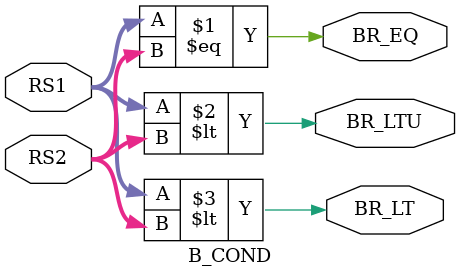
<source format=sv>
`timescale 1ns / 1ps


module B_COND(
    input [31:0] RS1,
    input [31:0] RS2,
    output logic BR_EQ,
    output logic BR_LT,
    output logic BR_LTU
    );
    
    
    
    
    assign BR_EQ = (RS1 == RS2); //assigns BR_EQ
    assign BR_LTU = (RS1 < RS2); //assigns BR_LTU
    assign BR_LT = ($signed(RS1) < $signed(RS2)); //assigns BR_LT
    
endmodule

</source>
